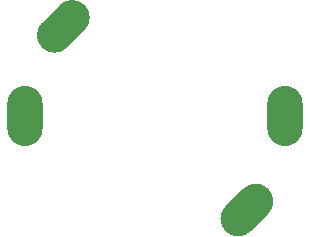
<source format=gbr>
%TF.GenerationSoftware,KiCad,Pcbnew,(5.1.9)-1*%
%TF.CreationDate,2022-03-15T15:37:10-05:00*%
%TF.ProjectId,SciMotorPCB,5363694d-6f74-46f7-9250-43422e6b6963,rev?*%
%TF.SameCoordinates,Original*%
%TF.FileFunction,Paste,Top*%
%TF.FilePolarity,Positive*%
%FSLAX46Y46*%
G04 Gerber Fmt 4.6, Leading zero omitted, Abs format (unit mm)*
G04 Created by KiCad (PCBNEW (5.1.9)-1) date 2022-03-15 15:37:10*
%MOMM*%
%LPD*%
G01*
G04 APERTURE LIST*
%ADD10O,3.000000X5.100000*%
G04 APERTURE END LIST*
%TO.C,J2*%
G36*
G01*
X147226357Y-87954615D02*
X148711283Y-86469689D01*
G75*
G02*
X150832601Y-86469689I1060659J-1060659D01*
G01*
X150832601Y-86469689D01*
G75*
G02*
X150832601Y-88591007I-1060659J-1060659D01*
G01*
X149347675Y-90075933D01*
G75*
G02*
X147226357Y-90075933I-1060659J1060659D01*
G01*
X147226357Y-90075933D01*
G75*
G02*
X147226357Y-87954615I1060659J1060659D01*
G01*
G37*
%TD*%
%TO.C,J1*%
G36*
G01*
X166380183Y-104144244D02*
X164895257Y-105629170D01*
G75*
G02*
X162773939Y-105629170I-1060659J1060659D01*
G01*
X162773939Y-105629170D01*
G75*
G02*
X162773939Y-103507852I1060659J1060659D01*
G01*
X164258865Y-102022926D01*
G75*
G02*
X166380183Y-102022926I1060659J-1060659D01*
G01*
X166380183Y-102022926D01*
G75*
G02*
X166380183Y-104144244I-1060659J-1060659D01*
G01*
G37*
%TD*%
D10*
%TO.C,J1*%
X145796000Y-95885000D03*
%TD*%
%TO.C,J2*%
X167787600Y-95889000D03*
%TD*%
M02*

</source>
